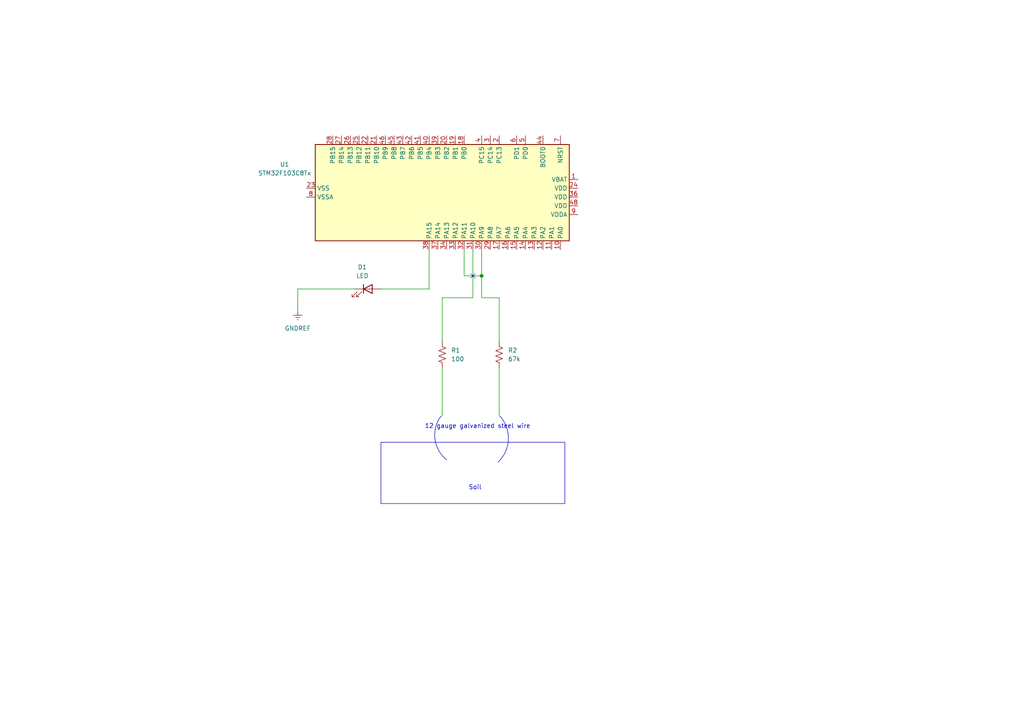
<source format=kicad_sch>
(kicad_sch (version 20230121) (generator eeschema)
  (paper "A4")
  (lib_symbols
    (symbol "Device:LED" (pin_numbers hide) (pin_names (offset 1.016) hide)
      (property "Reference" "D" (at 0 2.54 0))
      (property "Value" "LED" (at 0 -2.54 0))
      (symbol "LED_0_1"
        (polyline (pts (xy -1.27 -1.27) (xy -1.27 1.27)) (stroke (width 0.254)))
        (polyline (pts (xy -1.27 0) (xy 1.27 0)))
        (polyline (pts (xy 1.27 -1.27) (xy 1.27 1.27) (xy -1.27 0) (xy 1.27 -1.27)) (stroke (width 0.254)))
        (polyline (pts (xy -3.048 -0.762) (xy -4.572 -2.286) (xy -3.81 -2.286) (xy -4.572 -2.286) (xy -4.572 -1.524)))
        (polyline (pts (xy -1.778 -0.762) (xy -3.302 -2.286) (xy -2.54 -2.286) (xy -3.302 -2.286) (xy -3.302 -1.524)))
      )
      (symbol "LED_1_1"
        (pin passive line (at -3.81 0 0) (length 2.54) (name "K") (number "1"))
        (pin passive line (at 3.81 0 180) (length 2.54) (name "A") (number "2"))
      )
    )
    (symbol "Device:R_US" (pin_numbers hide) (pin_names (offset 0))
      (property "Reference" "R" (at 2.54 0 90))
      (property "Value" "R_US" (at -2.54 0 90))
      (symbol "R_US_0_1"
        (polyline (pts (xy 0 -2.286) (xy 0 -2.54)))
        (polyline (pts (xy 0 2.286) (xy 0 2.54)))
        (polyline (pts (xy 0 -0.762) (xy 1.016 -1.143) (xy 0 -1.524) (xy -1.016 -1.905) (xy 0 -2.286)))
        (polyline (pts (xy 0 0.762) (xy 1.016 0.381) (xy 0 0) (xy -1.016 -0.381) (xy 0 -0.762)))
        (polyline (pts (xy 0 2.286) (xy 1.016 1.905) (xy 0 1.524) (xy -1.016 1.143) (xy 0 0.762)))
      )
      (symbol "R_US_1_1"
        (pin passive line (at 0 3.81 270) (length 1.27) (name "~") (number "1"))
        (pin passive line (at 0 -3.81 90) (length 1.27) (name "~") (number "2"))
      )
    )
    (symbol "MCU_ST_STM32F1:STM32F103C8Tx"
      (property "Reference" "U" (at -12.7 39.37 0))
      (property "Value" "STM32F103C8Tx" (at 10.16 39.37 0))
      (symbol "STM32F103C8Tx_0_1"
        (rectangle (start -12.7 -35.56) (end 15.24 38.1) (stroke (width 0.254)) (fill (type background)))
      )
      (symbol "STM32F103C8Tx_1_1"
        (pin power_in line (at -2.54 40.64 270) (length 2.54) (name "VBAT") (number "1"))
        (pin bidirectional line (at 17.78 35.56 180) (length 2.54) (name "PA0") (number "10"))
        (pin bidirectional line (at 17.78 33.02 180) (length 2.54) (name "PA1") (number "11"))
        (pin bidirectional line (at 17.78 30.48 180) (length 2.54) (name "PA2") (number "12"))
        (pin bidirectional line (at 17.78 27.94 180) (length 2.54) (name "PA3") (number "13"))
        (pin bidirectional line (at 17.78 25.4 180) (length 2.54) (name "PA4") (number "14"))
        (pin bidirectional line (at 17.78 22.86 180) (length 2.54) (name "PA5") (number "15"))
        (pin bidirectional line (at 17.78 20.32 180) (length 2.54) (name "PA6") (number "16"))
        (pin bidirectional line (at 17.78 17.78 180) (length 2.54) (name "PA7") (number "17"))
        (pin bidirectional line (at -15.24 7.62 0) (length 2.54) (name "PB0") (number "18"))
        (pin bidirectional line (at -15.24 5.08 0) (length 2.54) (name "PB1") (number "19"))
        (pin bidirectional line (at -15.24 17.78 0) (length 2.54) (name "PC13") (number "2"))
        (pin bidirectional line (at -15.24 2.54 0) (length 2.54) (name "PB2") (number "20"))
        (pin bidirectional line (at -15.24 -17.78 0) (length 2.54) (name "PB10") (number "21"))
        (pin bidirectional line (at -15.24 -20.32 0) (length 2.54) (name "PB11") (number "22"))
        (pin power_in line (at 0 -38.1 90) (length 2.54) (name "VSS") (number "23"))
        (pin power_in line (at 0 40.64 270) (length 2.54) (name "VDD") (number "24"))
        (pin bidirectional line (at -15.24 -22.86 0) (length 2.54) (name "PB12") (number "25"))
        (pin bidirectional line (at -15.24 -25.4 0) (length 2.54) (name "PB13") (number "26"))
        (pin bidirectional line (at -15.24 -27.94 0) (length 2.54) (name "PB14") (number "27"))
        (pin bidirectional line (at -15.24 -30.48 0) (length 2.54) (name "PB15") (number "28"))
        (pin bidirectional line (at 17.78 15.24 180) (length 2.54) (name "PA8") (number "29"))
        (pin bidirectional line (at -15.24 15.24 0) (length 2.54) (name "PC14") (number "3"))
        (pin bidirectional line (at 17.78 12.7 180) (length 2.54) (name "PA9") (number "30"))
        (pin bidirectional line (at 17.78 10.16 180) (length 2.54) (name "PA10") (number "31"))
        (pin bidirectional line (at 17.78 7.62 180) (length 2.54) (name "PA11") (number "32"))
        (pin bidirectional line (at 17.78 5.08 180) (length 2.54) (name "PA12") (number "33"))
        (pin bidirectional line (at 17.78 2.54 180) (length 2.54) (name "PA13") (number "34"))
        (pin passive line (at 0 -38.1 90) (length 2.54) hide (name "VSS") (number "35"))
        (pin power_in line (at 2.54 40.64 270) (length 2.54) (name "VDD") (number "36"))
        (pin bidirectional line (at 17.78 0 180) (length 2.54) (name "PA14") (number "37"))
        (pin bidirectional line (at 17.78 -2.54 180) (length 2.54) (name "PA15") (number "38"))
        (pin bidirectional line (at -15.24 0 0) (length 2.54) (name "PB3") (number "39"))
        (pin bidirectional line (at -15.24 12.7 0) (length 2.54) (name "PC15") (number "4"))
        (pin bidirectional line (at -15.24 -2.54 0) (length 2.54) (name "PB4") (number "40"))
        (pin bidirectional line (at -15.24 -5.08 0) (length 2.54) (name "PB5") (number "41"))
        (pin bidirectional line (at -15.24 -7.62 0) (length 2.54) (name "PB6") (number "42"))
        (pin bidirectional line (at -15.24 -10.16 0) (length 2.54) (name "PB7") (number "43"))
        (pin input line (at -15.24 30.48 0) (length 2.54) (name "BOOT0") (number "44"))
        (pin bidirectional line (at -15.24 -12.7 0) (length 2.54) (name "PB8") (number "45"))
        (pin bidirectional line (at -15.24 -15.24 0) (length 2.54) (name "PB9") (number "46"))
        (pin passive line (at 0 -38.1 90) (length 2.54) hide (name "VSS") (number "47"))
        (pin power_in line (at 5.08 40.64 270) (length 2.54) (name "VDD") (number "48"))
        (pin bidirectional line (at -15.24 25.4 0) (length 2.54) (name "PD0") (number "5"))
        (pin bidirectional line (at -15.24 22.86 0) (length 2.54) (name "PD1") (number "6"))
        (pin input line (at -15.24 35.56 0) (length 2.54) (name "NRST") (number "7"))
        (pin power_in line (at 2.54 -38.1 90) (length 2.54) (name "VSSA") (number "8"))
        (pin power_in line (at 7.62 40.64 270) (length 2.54) (name "VDDA") (number "9"))
      )
    )
    (symbol "power:GNDREF" (power) (pin_names (offset 0))
      (property "Value" "GNDREF" (at 0 -3.81 0))
      (symbol "GNDREF_0_1"
        (polyline (pts (xy -0.635 -1.905) (xy 0.635 -1.905)))
        (polyline (pts (xy -0.127 -2.54) (xy 0.127 -2.54)))
        (polyline (pts (xy 0 -1.27) (xy 0 0)))
        (polyline (pts (xy 1.27 -1.27) (xy -1.27 -1.27)))
      )
      (symbol "GNDREF_1_1"
        (pin power_in line (at 0 0 270) (length 0) hide (name "GNDREF") (number "1"))
      )
    )
  )
  (junction (at 139.7 80.01))
  (no_connect (at 137.16 80.01))
  (wire (pts (xy 137.16 86.36) (xy 137.16 72.39)))
  (wire (pts (xy 102.87 83.82) (xy 86.36 83.82)))
  (wire (pts (xy 110.49 83.82) (xy 124.46 83.82)))
  (wire (pts (xy 144.78 106.68) (xy 144.78 120.65)))
  (wire (pts (xy 124.46 83.82) (xy 124.46 72.39)))
  (wire (pts (xy 144.78 86.36) (xy 139.7 86.36)))
  (wire (pts (xy 139.7 80.01) (xy 134.62 80.01)))
  (wire (pts (xy 139.7 80.01) (xy 139.7 72.39)))
  (wire (pts (xy 139.7 86.36) (xy 139.7 80.01)))
  (wire (pts (xy 134.62 80.01) (xy 134.62 72.39)))
  (wire (pts (xy 128.27 86.36) (xy 137.16 86.36)))
  (wire (pts (xy 128.27 106.68) (xy 128.27 120.65)))
  (wire (pts (xy 86.36 83.82) (xy 86.36 90.17)))
  (wire (pts (xy 144.78 86.36) (xy 144.78 99.06)))
  (wire (pts (xy 128.27 86.36) (xy 128.27 99.06)))
  (rectangle (start 110.49 128.27) (end 163.83 146.05))
  (arc (start 144.974 120.65) (mid 147.4537 127.421) (end 144.5022 134))
  (arc (start 129.54 133.35) (mid 126.159 127.3249) (end 127.9418 120.65))
  (text "12 gauge galvanized steel wire" (at 123.19 124.46 0) (effects (font (size 1.27 1.27)) (justify left bottom)))
  (text "Soil" (at 135.89 142.24 0) (effects (font (size 1.27 1.27)) (justify left bottom)))
  (symbol (lib_id "power:GNDREF") (at 86.36 90.17 0) (unit 1)
    (property "Reference" "#PWR01" (effects hide))
    (property "Value" "GNDREF" (at 86.36 95.25 0))
  )
  (symbol (lib_id "Device:LED") (at 106.68 83.82 0) (unit 1)
    (property "Reference" "D1" (at 105.0925 77.47 0))
    (property "Value" "LED" (at 105.0925 80.01 0))
  )
  (symbol (lib_id "Device:R_US") (at 144.78 102.87 180) (unit 1)
    (property "Reference" "R2" (at 147.32 101.6 0) (effects (justify right)))
    (property "Value" "67k" (at 147.32 104.14 0) (effects (justify right)))
  )
  (symbol (lib_id "Device:R_US") (at 128.27 102.87 180) (unit 1)
    (property "Reference" "R1" (at 130.81 101.6 0) (effects (justify right)))
    (property "Value" "100" (at 130.81 104.14 0) (effects (justify right)))
  )
  (symbol (lib_id "MCU_ST_STM32F1:STM32F103C8Tx") (at 127 54.61 270) (unit 1)
    (property "Reference" "U1" (at 82.55 47.6819 90))
    (property "Value" "STM32F103C8Tx" (at 82.55 50.2219 90))
    (property "Footprint" "Package_QFP:LQFP-48_7x7mm_P0.5mm" (effects hide))
    (property "Datasheet" "https://www.st.com/resource/en/datasheet/stm32f103c8.pdf" (effects hide))
  )
)
</source>
